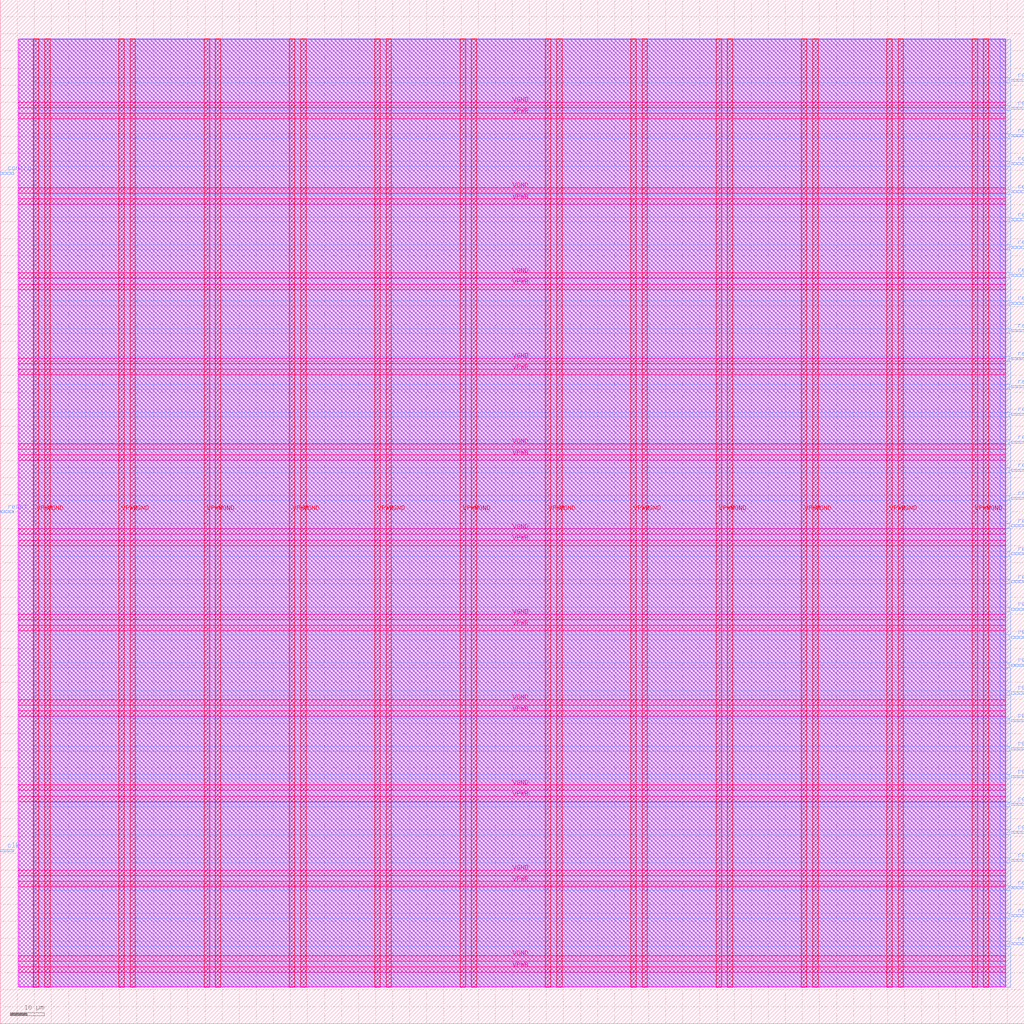
<source format=lef>
VERSION 5.7 ;
  NOWIREEXTENSIONATPIN ON ;
  DIVIDERCHAR "/" ;
  BUSBITCHARS "[]" ;
MACRO top_module
  CLASS BLOCK ;
  FOREIGN top_module ;
  ORIGIN 0.000 0.000 ;
  SIZE 300.000 BY 300.000 ;
  PIN VGND
    DIRECTION INOUT ;
    USE GROUND ;
    PORT
      LAYER met4 ;
        RECT 13.020 10.640 14.620 288.560 ;
    END
    PORT
      LAYER met4 ;
        RECT 38.020 10.640 39.620 288.560 ;
    END
    PORT
      LAYER met4 ;
        RECT 63.020 10.640 64.620 288.560 ;
    END
    PORT
      LAYER met4 ;
        RECT 88.020 10.640 89.620 288.560 ;
    END
    PORT
      LAYER met4 ;
        RECT 113.020 10.640 114.620 288.560 ;
    END
    PORT
      LAYER met4 ;
        RECT 138.020 10.640 139.620 288.560 ;
    END
    PORT
      LAYER met4 ;
        RECT 163.020 10.640 164.620 288.560 ;
    END
    PORT
      LAYER met4 ;
        RECT 188.020 10.640 189.620 288.560 ;
    END
    PORT
      LAYER met4 ;
        RECT 213.020 10.640 214.620 288.560 ;
    END
    PORT
      LAYER met4 ;
        RECT 238.020 10.640 239.620 288.560 ;
    END
    PORT
      LAYER met4 ;
        RECT 263.020 10.640 264.620 288.560 ;
    END
    PORT
      LAYER met4 ;
        RECT 288.020 10.640 289.620 288.560 ;
    END
    PORT
      LAYER met5 ;
        RECT 5.280 18.380 294.640 19.980 ;
    END
    PORT
      LAYER met5 ;
        RECT 5.280 43.380 294.640 44.980 ;
    END
    PORT
      LAYER met5 ;
        RECT 5.280 68.380 294.640 69.980 ;
    END
    PORT
      LAYER met5 ;
        RECT 5.280 93.380 294.640 94.980 ;
    END
    PORT
      LAYER met5 ;
        RECT 5.280 118.380 294.640 119.980 ;
    END
    PORT
      LAYER met5 ;
        RECT 5.280 143.380 294.640 144.980 ;
    END
    PORT
      LAYER met5 ;
        RECT 5.280 168.380 294.640 169.980 ;
    END
    PORT
      LAYER met5 ;
        RECT 5.280 193.380 294.640 194.980 ;
    END
    PORT
      LAYER met5 ;
        RECT 5.280 218.380 294.640 219.980 ;
    END
    PORT
      LAYER met5 ;
        RECT 5.280 243.380 294.640 244.980 ;
    END
    PORT
      LAYER met5 ;
        RECT 5.280 268.380 294.640 269.980 ;
    END
  END VGND
  PIN VPWR
    DIRECTION INOUT ;
    USE POWER ;
    PORT
      LAYER met4 ;
        RECT 9.720 10.640 11.320 288.560 ;
    END
    PORT
      LAYER met4 ;
        RECT 34.720 10.640 36.320 288.560 ;
    END
    PORT
      LAYER met4 ;
        RECT 59.720 10.640 61.320 288.560 ;
    END
    PORT
      LAYER met4 ;
        RECT 84.720 10.640 86.320 288.560 ;
    END
    PORT
      LAYER met4 ;
        RECT 109.720 10.640 111.320 288.560 ;
    END
    PORT
      LAYER met4 ;
        RECT 134.720 10.640 136.320 288.560 ;
    END
    PORT
      LAYER met4 ;
        RECT 159.720 10.640 161.320 288.560 ;
    END
    PORT
      LAYER met4 ;
        RECT 184.720 10.640 186.320 288.560 ;
    END
    PORT
      LAYER met4 ;
        RECT 209.720 10.640 211.320 288.560 ;
    END
    PORT
      LAYER met4 ;
        RECT 234.720 10.640 236.320 288.560 ;
    END
    PORT
      LAYER met4 ;
        RECT 259.720 10.640 261.320 288.560 ;
    END
    PORT
      LAYER met4 ;
        RECT 284.720 10.640 286.320 288.560 ;
    END
    PORT
      LAYER met5 ;
        RECT 5.280 15.080 294.640 16.680 ;
    END
    PORT
      LAYER met5 ;
        RECT 5.280 40.080 294.640 41.680 ;
    END
    PORT
      LAYER met5 ;
        RECT 5.280 65.080 294.640 66.680 ;
    END
    PORT
      LAYER met5 ;
        RECT 5.280 90.080 294.640 91.680 ;
    END
    PORT
      LAYER met5 ;
        RECT 5.280 115.080 294.640 116.680 ;
    END
    PORT
      LAYER met5 ;
        RECT 5.280 140.080 294.640 141.680 ;
    END
    PORT
      LAYER met5 ;
        RECT 5.280 165.080 294.640 166.680 ;
    END
    PORT
      LAYER met5 ;
        RECT 5.280 190.080 294.640 191.680 ;
    END
    PORT
      LAYER met5 ;
        RECT 5.280 215.080 294.640 216.680 ;
    END
    PORT
      LAYER met5 ;
        RECT 5.280 240.080 294.640 241.680 ;
    END
    PORT
      LAYER met5 ;
        RECT 5.280 265.080 294.640 266.680 ;
    END
  END VPWR
  PIN clk
    DIRECTION INPUT ;
    USE SIGNAL ;
    PORT
      LAYER met3 ;
        RECT 0.000 50.360 4.000 50.960 ;
    END
  END clk
  PIN control
    DIRECTION INPUT ;
    USE SIGNAL ;
    PORT
      LAYER met3 ;
        RECT 0.000 248.920 4.000 249.520 ;
    END
  END control
  PIN reset
    DIRECTION INPUT ;
    USE SIGNAL ;
    PORT
      LAYER met3 ;
        RECT 0.000 149.640 4.000 150.240 ;
    END
  END reset
  PIN result[0]
    DIRECTION OUTPUT ;
    USE SIGNAL ;
    PORT
      LAYER met3 ;
        RECT 296.000 276.120 300.000 276.720 ;
    END
  END result[0]
  PIN result[10]
    DIRECTION OUTPUT ;
    USE SIGNAL ;
    PORT
      LAYER met3 ;
        RECT 296.000 194.520 300.000 195.120 ;
    END
  END result[10]
  PIN result[11]
    DIRECTION OUTPUT ;
    USE SIGNAL ;
    PORT
      LAYER met3 ;
        RECT 296.000 186.360 300.000 186.960 ;
    END
  END result[11]
  PIN result[12]
    DIRECTION OUTPUT ;
    USE SIGNAL ;
    PORT
      LAYER met3 ;
        RECT 296.000 178.200 300.000 178.800 ;
    END
  END result[12]
  PIN result[13]
    DIRECTION OUTPUT ;
    USE SIGNAL ;
    PORT
      LAYER met3 ;
        RECT 296.000 170.040 300.000 170.640 ;
    END
  END result[13]
  PIN result[14]
    DIRECTION OUTPUT ;
    USE SIGNAL ;
    PORT
      LAYER met3 ;
        RECT 296.000 161.880 300.000 162.480 ;
    END
  END result[14]
  PIN result[15]
    DIRECTION OUTPUT ;
    USE SIGNAL ;
    PORT
      LAYER met3 ;
        RECT 296.000 153.720 300.000 154.320 ;
    END
  END result[15]
  PIN result[16]
    DIRECTION OUTPUT ;
    USE SIGNAL ;
    PORT
      LAYER met3 ;
        RECT 296.000 145.560 300.000 146.160 ;
    END
  END result[16]
  PIN result[17]
    DIRECTION OUTPUT ;
    USE SIGNAL ;
    PORT
      LAYER met3 ;
        RECT 296.000 137.400 300.000 138.000 ;
    END
  END result[17]
  PIN result[18]
    DIRECTION OUTPUT ;
    USE SIGNAL ;
    PORT
      LAYER met3 ;
        RECT 296.000 129.240 300.000 129.840 ;
    END
  END result[18]
  PIN result[19]
    DIRECTION OUTPUT ;
    USE SIGNAL ;
    PORT
      LAYER met3 ;
        RECT 296.000 121.080 300.000 121.680 ;
    END
  END result[19]
  PIN result[1]
    DIRECTION OUTPUT ;
    USE SIGNAL ;
    PORT
      LAYER met3 ;
        RECT 296.000 267.960 300.000 268.560 ;
    END
  END result[1]
  PIN result[20]
    DIRECTION OUTPUT ;
    USE SIGNAL ;
    PORT
      LAYER met3 ;
        RECT 296.000 112.920 300.000 113.520 ;
    END
  END result[20]
  PIN result[21]
    DIRECTION OUTPUT ;
    USE SIGNAL ;
    PORT
      LAYER met3 ;
        RECT 296.000 104.760 300.000 105.360 ;
    END
  END result[21]
  PIN result[22]
    DIRECTION OUTPUT ;
    USE SIGNAL ;
    PORT
      LAYER met3 ;
        RECT 296.000 96.600 300.000 97.200 ;
    END
  END result[22]
  PIN result[23]
    DIRECTION OUTPUT ;
    USE SIGNAL ;
    PORT
      LAYER met3 ;
        RECT 296.000 88.440 300.000 89.040 ;
    END
  END result[23]
  PIN result[24]
    DIRECTION OUTPUT ;
    USE SIGNAL ;
    PORT
      LAYER met3 ;
        RECT 296.000 80.280 300.000 80.880 ;
    END
  END result[24]
  PIN result[25]
    DIRECTION OUTPUT ;
    USE SIGNAL ;
    PORT
      LAYER met3 ;
        RECT 296.000 72.120 300.000 72.720 ;
    END
  END result[25]
  PIN result[26]
    DIRECTION OUTPUT ;
    USE SIGNAL ;
    PORT
      LAYER met3 ;
        RECT 296.000 63.960 300.000 64.560 ;
    END
  END result[26]
  PIN result[27]
    DIRECTION OUTPUT ;
    USE SIGNAL ;
    PORT
      LAYER met3 ;
        RECT 296.000 55.800 300.000 56.400 ;
    END
  END result[27]
  PIN result[28]
    DIRECTION OUTPUT ;
    USE SIGNAL ;
    PORT
      LAYER met3 ;
        RECT 296.000 47.640 300.000 48.240 ;
    END
  END result[28]
  PIN result[29]
    DIRECTION OUTPUT ;
    USE SIGNAL ;
    PORT
      LAYER met3 ;
        RECT 296.000 39.480 300.000 40.080 ;
    END
  END result[29]
  PIN result[2]
    DIRECTION OUTPUT ;
    USE SIGNAL ;
    PORT
      LAYER met3 ;
        RECT 296.000 259.800 300.000 260.400 ;
    END
  END result[2]
  PIN result[30]
    DIRECTION OUTPUT ;
    USE SIGNAL ;
    PORT
      LAYER met3 ;
        RECT 296.000 31.320 300.000 31.920 ;
    END
  END result[30]
  PIN result[31]
    DIRECTION OUTPUT ;
    USE SIGNAL ;
    PORT
      LAYER met3 ;
        RECT 296.000 23.160 300.000 23.760 ;
    END
  END result[31]
  PIN result[3]
    DIRECTION OUTPUT ;
    USE SIGNAL ;
    PORT
      LAYER met3 ;
        RECT 296.000 251.640 300.000 252.240 ;
    END
  END result[3]
  PIN result[4]
    DIRECTION OUTPUT ;
    USE SIGNAL ;
    PORT
      LAYER met3 ;
        RECT 296.000 243.480 300.000 244.080 ;
    END
  END result[4]
  PIN result[5]
    DIRECTION OUTPUT ;
    USE SIGNAL ;
    PORT
      LAYER met3 ;
        RECT 296.000 235.320 300.000 235.920 ;
    END
  END result[5]
  PIN result[6]
    DIRECTION OUTPUT ;
    USE SIGNAL ;
    PORT
      LAYER met3 ;
        RECT 296.000 227.160 300.000 227.760 ;
    END
  END result[6]
  PIN result[7]
    DIRECTION OUTPUT ;
    USE SIGNAL ;
    PORT
      LAYER met3 ;
        RECT 296.000 219.000 300.000 219.600 ;
    END
  END result[7]
  PIN result[8]
    DIRECTION OUTPUT ;
    USE SIGNAL ;
    PORT
      LAYER met3 ;
        RECT 296.000 210.840 300.000 211.440 ;
    END
  END result[8]
  PIN result[9]
    DIRECTION OUTPUT ;
    USE SIGNAL ;
    PORT
      LAYER met3 ;
        RECT 296.000 202.680 300.000 203.280 ;
    END
  END result[9]
  OBS
      LAYER nwell ;
        RECT 5.330 10.795 294.590 288.405 ;
      LAYER li1 ;
        RECT 5.520 10.795 294.400 288.405 ;
      LAYER met1 ;
        RECT 5.520 10.640 294.400 288.560 ;
      LAYER met2 ;
        RECT 9.750 10.695 292.930 288.505 ;
      LAYER met3 ;
        RECT 9.730 277.120 296.000 288.485 ;
        RECT 9.730 275.720 295.600 277.120 ;
        RECT 9.730 268.960 296.000 275.720 ;
        RECT 9.730 267.560 295.600 268.960 ;
        RECT 9.730 260.800 296.000 267.560 ;
        RECT 9.730 259.400 295.600 260.800 ;
        RECT 9.730 252.640 296.000 259.400 ;
        RECT 9.730 251.240 295.600 252.640 ;
        RECT 9.730 244.480 296.000 251.240 ;
        RECT 9.730 243.080 295.600 244.480 ;
        RECT 9.730 236.320 296.000 243.080 ;
        RECT 9.730 234.920 295.600 236.320 ;
        RECT 9.730 228.160 296.000 234.920 ;
        RECT 9.730 226.760 295.600 228.160 ;
        RECT 9.730 220.000 296.000 226.760 ;
        RECT 9.730 218.600 295.600 220.000 ;
        RECT 9.730 211.840 296.000 218.600 ;
        RECT 9.730 210.440 295.600 211.840 ;
        RECT 9.730 203.680 296.000 210.440 ;
        RECT 9.730 202.280 295.600 203.680 ;
        RECT 9.730 195.520 296.000 202.280 ;
        RECT 9.730 194.120 295.600 195.520 ;
        RECT 9.730 187.360 296.000 194.120 ;
        RECT 9.730 185.960 295.600 187.360 ;
        RECT 9.730 179.200 296.000 185.960 ;
        RECT 9.730 177.800 295.600 179.200 ;
        RECT 9.730 171.040 296.000 177.800 ;
        RECT 9.730 169.640 295.600 171.040 ;
        RECT 9.730 162.880 296.000 169.640 ;
        RECT 9.730 161.480 295.600 162.880 ;
        RECT 9.730 154.720 296.000 161.480 ;
        RECT 9.730 153.320 295.600 154.720 ;
        RECT 9.730 146.560 296.000 153.320 ;
        RECT 9.730 145.160 295.600 146.560 ;
        RECT 9.730 138.400 296.000 145.160 ;
        RECT 9.730 137.000 295.600 138.400 ;
        RECT 9.730 130.240 296.000 137.000 ;
        RECT 9.730 128.840 295.600 130.240 ;
        RECT 9.730 122.080 296.000 128.840 ;
        RECT 9.730 120.680 295.600 122.080 ;
        RECT 9.730 113.920 296.000 120.680 ;
        RECT 9.730 112.520 295.600 113.920 ;
        RECT 9.730 105.760 296.000 112.520 ;
        RECT 9.730 104.360 295.600 105.760 ;
        RECT 9.730 97.600 296.000 104.360 ;
        RECT 9.730 96.200 295.600 97.600 ;
        RECT 9.730 89.440 296.000 96.200 ;
        RECT 9.730 88.040 295.600 89.440 ;
        RECT 9.730 81.280 296.000 88.040 ;
        RECT 9.730 79.880 295.600 81.280 ;
        RECT 9.730 73.120 296.000 79.880 ;
        RECT 9.730 71.720 295.600 73.120 ;
        RECT 9.730 64.960 296.000 71.720 ;
        RECT 9.730 63.560 295.600 64.960 ;
        RECT 9.730 56.800 296.000 63.560 ;
        RECT 9.730 55.400 295.600 56.800 ;
        RECT 9.730 48.640 296.000 55.400 ;
        RECT 9.730 47.240 295.600 48.640 ;
        RECT 9.730 40.480 296.000 47.240 ;
        RECT 9.730 39.080 295.600 40.480 ;
        RECT 9.730 32.320 296.000 39.080 ;
        RECT 9.730 30.920 295.600 32.320 ;
        RECT 9.730 24.160 296.000 30.920 ;
        RECT 9.730 22.760 295.600 24.160 ;
        RECT 9.730 10.715 296.000 22.760 ;
  END
END top_module
END LIBRARY


</source>
